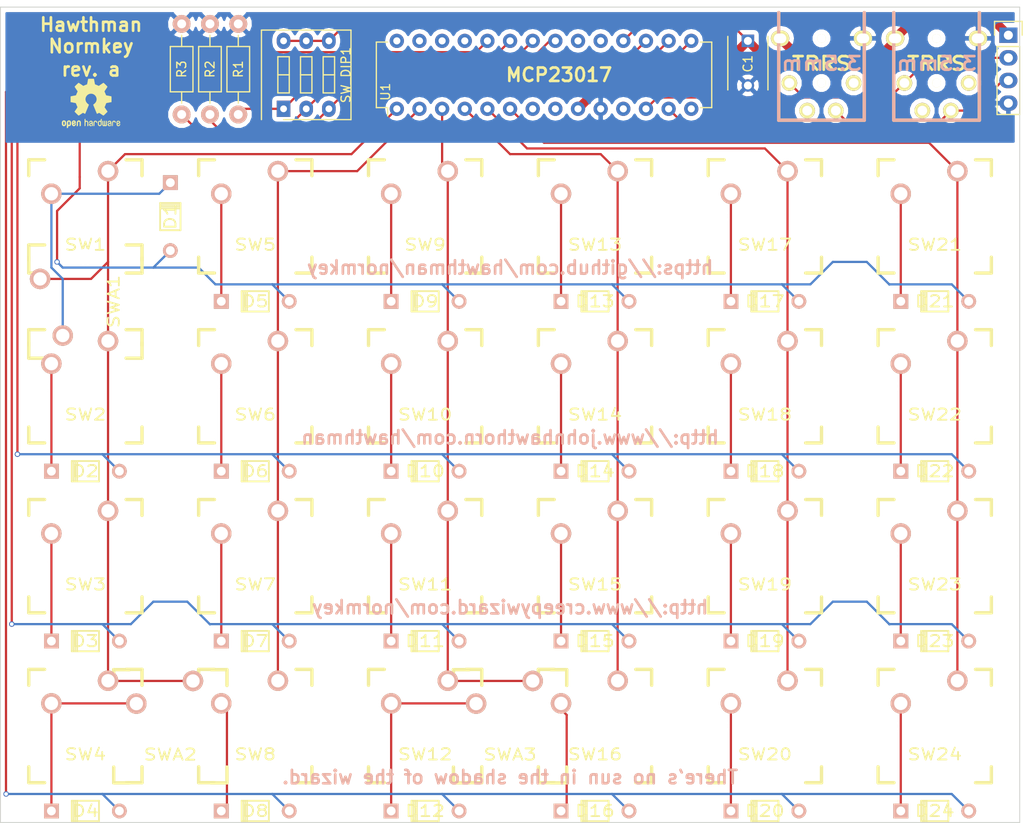
<source format=kicad_pcb>
(kicad_pcb (version 4) (host pcbnew 4.0.4-stable)
  (layers (0 F.Cu signal) (31 B.Cu signal) (34 B.Paste user) (35 F.Paste user) (36 B.SilkS user) (37 F.SilkS user) (38 B.Mask user) (39 F.Mask user) (44 Edge.Cuts user))
  (net 0 "")
  (net 1 row0)
  (net 2 "Net-(D1-Pad2)")
  (net 3 row1)
  (net 4 "Net-(D2-Pad2)")
  (net 5 row2)
  (net 6 "Net-(D3-Pad2)")
  (net 7 row3)
  (net 8 "Net-(D4-Pad2)")
  (net 9 "Net-(D5-Pad2)")
  (net 10 "Net-(D6-Pad2)")
  (net 11 "Net-(D7-Pad2)")
  (net 12 "Net-(D8-Pad2)")
  (net 13 "Net-(D9-Pad2)")
  (net 14 "Net-(D10-Pad2)")
  (net 15 "Net-(D11-Pad2)")
  (net 16 "Net-(D12-Pad2)")
  (net 17 "Net-(D13-Pad2)")
  (net 18 "Net-(D14-Pad2)")
  (net 19 "Net-(D15-Pad2)")
  (net 20 "Net-(D16-Pad2)")
  (net 21 "Net-(D17-Pad2)")
  (net 22 "Net-(D18-Pad2)")
  (net 23 "Net-(D19-Pad2)")
  (net 24 "Net-(D20-Pad2)")
  (net 25 "Net-(D21-Pad2)")
  (net 26 "Net-(D22-Pad2)")
  (net 27 "Net-(D23-Pad2)")
  (net 28 "Net-(D24-Pad2)")
  (net 29 GND)
  (net 30 scl)
  (net 31 sda)
  (net 32 +5V)
  (net 33 "Net-(R1-Pad1)")
  (net 34 "Net-(R2-Pad1)")
  (net 35 "Net-(R3-Pad1)")
  (net 36 col0)
  (net 37 col1)
  (net 38 col2)
  (net 39 col3)
  (net 40 col4)
  (net 41 col5)
  (net 42 "Net-(U1-Pad7)")
  (net 43 "Net-(U1-Pad8)")
  (net 44 "Net-(U1-Pad19)")
  (net 45 "Net-(U1-Pad20)")
  (net 46 "Net-(U1-Pad25)")
  (net 47 "Net-(U1-Pad26)")
  (net 48 "Net-(U1-Pad27)")
  (net 49 "Net-(U1-Pad28)")
  (module Keyboard:CHERRY_PCB_100H (layer F.Cu) (at 46.99 46.99)
    (fp_text reference SW1 (at 0 3.175) (layer F.SilkS) (effects (font (size 1.27 1.524) (thickness 0.2032))))
    (fp_text value SW_PUSH hide)
    (pad 1 thru_hole circle (at 2.54 -5.08) (size 2.286 2.286) (drill 1.4986) (layers *.Cu *.SilkS *.Mask) (net 36 col0))
    (pad 2 thru_hole circle (at -3.81 -2.54) (size 2.286 2.286) (drill 1.4986) (layers *.Cu *.SilkS *.Mask) (net 2 "Net-(D1-Pad2)"))
    (pad HOLE np_thru_hole circle (at 0 0) (size 3.9878 3.9878) (drill 3.9878) (layers *.Cu))
    (pad HOLE np_thru_hole circle (at -5.08 0) (size 1.7018 1.7018) (drill 1.7018) (layers *.Cu))
    (pad HOLE np_thru_hole circle (at 5.08 0) (size 1.7018 1.7018) (drill 1.7018) (layers *.Cu))
  )
  (module Keyboard:CHERRY_PCB_100H (layer F.Cu) (at 85.09 66.04)
    (fp_text reference SW10 (at 0 3.175) (layer F.SilkS) (effects (font (size 1.27 1.524) (thickness 0.2032))))
    (fp_text value SW_PUSH hide)
    (pad 1 thru_hole circle (at 2.54 -5.08) (size 2.286 2.286) (drill 1.4986) (layers *.Cu *.SilkS *.Mask) (net 38 col2))
    (pad 2 thru_hole circle (at -3.81 -2.54) (size 2.286 2.286) (drill 1.4986) (layers *.Cu *.SilkS *.Mask) (net 14 "Net-(D10-Pad2)"))
    (pad HOLE np_thru_hole circle (at 0 0) (size 3.9878 3.9878) (drill 3.9878) (layers *.Cu))
    (pad HOLE np_thru_hole circle (at -5.08 0) (size 1.7018 1.7018) (drill 1.7018) (layers *.Cu))
    (pad HOLE np_thru_hole circle (at 5.08 0) (size 1.7018 1.7018) (drill 1.7018) (layers *.Cu))
  )
  (module Keyboard:CHERRY_PCB_100H (layer F.Cu) (at 46.99 104.14)
    (fp_text reference SW4 (at 0 3.175) (layer F.SilkS) (effects (font (size 1.27 1.524) (thickness 0.2032))))
    (fp_text value SW_PUSH hide)
    (pad 1 thru_hole circle (at 2.54 -5.08) (size 2.286 2.286) (drill 1.4986) (layers *.Cu *.SilkS *.Mask) (net 36 col0))
    (pad 2 thru_hole circle (at -3.81 -2.54) (size 2.286 2.286) (drill 1.4986) (layers *.Cu *.SilkS *.Mask) (net 8 "Net-(D4-Pad2)"))
    (pad HOLE np_thru_hole circle (at 0 0) (size 3.9878 3.9878) (drill 3.9878) (layers *.Cu))
    (pad HOLE np_thru_hole circle (at -5.08 0) (size 1.7018 1.7018) (drill 1.7018) (layers *.Cu))
    (pad HOLE np_thru_hole circle (at 5.08 0) (size 1.7018 1.7018) (drill 1.7018) (layers *.Cu))
  )
  (module Keyboard:CHERRY_PCB_100H (layer F.Cu) (at 46.99 66.04)
    (fp_text reference SW2 (at 0 3.175) (layer F.SilkS) (effects (font (size 1.27 1.524) (thickness 0.2032))))
    (fp_text value SW_PUSH hide)
    (pad 1 thru_hole circle (at 2.54 -5.08) (size 2.286 2.286) (drill 1.4986) (layers *.Cu *.SilkS *.Mask) (net 36 col0))
    (pad 2 thru_hole circle (at -3.81 -2.54) (size 2.286 2.286) (drill 1.4986) (layers *.Cu *.SilkS *.Mask) (net 4 "Net-(D2-Pad2)"))
    (pad HOLE np_thru_hole circle (at 0 0) (size 3.9878 3.9878) (drill 3.9878) (layers *.Cu))
    (pad HOLE np_thru_hole circle (at -5.08 0) (size 1.7018 1.7018) (drill 1.7018) (layers *.Cu))
    (pad HOLE np_thru_hole circle (at 5.08 0) (size 1.7018 1.7018) (drill 1.7018) (layers *.Cu))
  )
  (module Keyboard:DIODE (layer F.Cu) (at 56.515 47.0154 90)
    (fp_text reference D1 (at 0 0 90) (layer F.SilkS) (effects (font (size 1.27 1.524) (thickness 0.2032))))
    (fp_text value D hide)
    (pad 1 thru_hole circle (at -3.81 0 90) (size 1.651 1.651) (drill 0.9906) (layers *.Cu *.SilkS *.Mask) (net 1 row0))
    (pad 2 thru_hole rect (at 3.81 0 90) (size 1.651 1.651) (drill 0.9906) (layers *.Cu *.SilkS *.Mask) (net 2 "Net-(D1-Pad2)"))
  )
  (module Keyboard:DIODE (layer F.Cu) (at 46.99 75.565 180)
    (fp_text reference D2 (at 0 0 180) (layer F.SilkS) (effects (font (size 1.27 1.524) (thickness 0.2032))))
    (fp_text value D hide)
    (pad 1 thru_hole circle (at -3.81 0 180) (size 1.651 1.651) (drill 0.9906) (layers *.Cu *.SilkS *.Mask) (net 3 row1))
    (pad 2 thru_hole rect (at 3.81 0 180) (size 1.651 1.651) (drill 0.9906) (layers *.Cu *.SilkS *.Mask) (net 4 "Net-(D2-Pad2)"))
  )
  (module Keyboard:DIODE (layer F.Cu) (at 46.99 94.615 180)
    (fp_text reference D3 (at 0 0 180) (layer F.SilkS) (effects (font (size 1.27 1.524) (thickness 0.2032))))
    (fp_text value D hide)
    (pad 1 thru_hole circle (at -3.81 0 180) (size 1.651 1.651) (drill 0.9906) (layers *.Cu *.SilkS *.Mask) (net 5 row2))
    (pad 2 thru_hole rect (at 3.81 0 180) (size 1.651 1.651) (drill 0.9906) (layers *.Cu *.SilkS *.Mask) (net 6 "Net-(D3-Pad2)"))
  )
  (module Keyboard:DIODE (layer F.Cu) (at 46.99 113.665 180)
    (fp_text reference D4 (at 0 0 180) (layer F.SilkS) (effects (font (size 1.27 1.524) (thickness 0.2032))))
    (fp_text value D hide)
    (pad 1 thru_hole circle (at -3.81 0 180) (size 1.651 1.651) (drill 0.9906) (layers *.Cu *.SilkS *.Mask) (net 7 row3))
    (pad 2 thru_hole rect (at 3.81 0 180) (size 1.651 1.651) (drill 0.9906) (layers *.Cu *.SilkS *.Mask) (net 8 "Net-(D4-Pad2)"))
  )
  (module Keyboard:DIODE (layer F.Cu) (at 66.04 56.515 180)
    (fp_text reference D5 (at 0 0 180) (layer F.SilkS) (effects (font (size 1.27 1.524) (thickness 0.2032))))
    (fp_text value D hide)
    (pad 1 thru_hole circle (at -3.81 0 180) (size 1.651 1.651) (drill 0.9906) (layers *.Cu *.SilkS *.Mask) (net 1 row0))
    (pad 2 thru_hole rect (at 3.81 0 180) (size 1.651 1.651) (drill 0.9906) (layers *.Cu *.SilkS *.Mask) (net 9 "Net-(D5-Pad2)"))
  )
  (module Keyboard:DIODE (layer F.Cu) (at 66.04 75.565 180)
    (fp_text reference D6 (at 0 0 180) (layer F.SilkS) (effects (font (size 1.27 1.524) (thickness 0.2032))))
    (fp_text value D hide)
    (pad 1 thru_hole circle (at -3.81 0 180) (size 1.651 1.651) (drill 0.9906) (layers *.Cu *.SilkS *.Mask) (net 3 row1))
    (pad 2 thru_hole rect (at 3.81 0 180) (size 1.651 1.651) (drill 0.9906) (layers *.Cu *.SilkS *.Mask) (net 10 "Net-(D6-Pad2)"))
  )
  (module Keyboard:DIODE (layer F.Cu) (at 66.04 94.615 180)
    (fp_text reference D7 (at 0 0 180) (layer F.SilkS) (effects (font (size 1.27 1.524) (thickness 0.2032))))
    (fp_text value D hide)
    (pad 1 thru_hole circle (at -3.81 0 180) (size 1.651 1.651) (drill 0.9906) (layers *.Cu *.SilkS *.Mask) (net 5 row2))
    (pad 2 thru_hole rect (at 3.81 0 180) (size 1.651 1.651) (drill 0.9906) (layers *.Cu *.SilkS *.Mask) (net 11 "Net-(D7-Pad2)"))
  )
  (module Keyboard:DIODE (layer F.Cu) (at 66.04 113.665 180)
    (fp_text reference D8 (at 0 0 180) (layer F.SilkS) (effects (font (size 1.27 1.524) (thickness 0.2032))))
    (fp_text value D hide)
    (pad 1 thru_hole circle (at -3.81 0 180) (size 1.651 1.651) (drill 0.9906) (layers *.Cu *.SilkS *.Mask) (net 7 row3))
    (pad 2 thru_hole rect (at 3.81 0 180) (size 1.651 1.651) (drill 0.9906) (layers *.Cu *.SilkS *.Mask) (net 12 "Net-(D8-Pad2)"))
  )
  (module Keyboard:DIODE (layer F.Cu) (at 85.09 56.515 180)
    (fp_text reference D9 (at 0 0 180) (layer F.SilkS) (effects (font (size 1.27 1.524) (thickness 0.2032))))
    (fp_text value D hide)
    (pad 1 thru_hole circle (at -3.81 0 180) (size 1.651 1.651) (drill 0.9906) (layers *.Cu *.SilkS *.Mask) (net 1 row0))
    (pad 2 thru_hole rect (at 3.81 0 180) (size 1.651 1.651) (drill 0.9906) (layers *.Cu *.SilkS *.Mask) (net 13 "Net-(D9-Pad2)"))
  )
  (module Keyboard:DIODE (layer F.Cu) (at 85.09 75.565 180)
    (fp_text reference D10 (at 0 0 180) (layer F.SilkS) (effects (font (size 1.27 1.524) (thickness 0.2032))))
    (fp_text value D hide)
    (pad 1 thru_hole circle (at -3.81 0 180) (size 1.651 1.651) (drill 0.9906) (layers *.Cu *.SilkS *.Mask) (net 3 row1))
    (pad 2 thru_hole rect (at 3.81 0 180) (size 1.651 1.651) (drill 0.9906) (layers *.Cu *.SilkS *.Mask) (net 14 "Net-(D10-Pad2)"))
  )
  (module Keyboard:DIODE (layer F.Cu) (at 85.09 94.615 180)
    (fp_text reference D11 (at 0 0 180) (layer F.SilkS) (effects (font (size 1.27 1.524) (thickness 0.2032))))
    (fp_text value D hide)
    (pad 1 thru_hole circle (at -3.81 0 180) (size 1.651 1.651) (drill 0.9906) (layers *.Cu *.SilkS *.Mask) (net 5 row2))
    (pad 2 thru_hole rect (at 3.81 0 180) (size 1.651 1.651) (drill 0.9906) (layers *.Cu *.SilkS *.Mask) (net 15 "Net-(D11-Pad2)"))
  )
  (module Keyboard:DIODE (layer F.Cu) (at 85.09 113.665 180)
    (fp_text reference D12 (at 0 0 180) (layer F.SilkS) (effects (font (size 1.27 1.524) (thickness 0.2032))))
    (fp_text value D hide)
    (pad 1 thru_hole circle (at -3.81 0 180) (size 1.651 1.651) (drill 0.9906) (layers *.Cu *.SilkS *.Mask) (net 7 row3))
    (pad 2 thru_hole rect (at 3.81 0 180) (size 1.651 1.651) (drill 0.9906) (layers *.Cu *.SilkS *.Mask) (net 16 "Net-(D12-Pad2)"))
  )
  (module Keyboard:DIODE (layer F.Cu) (at 104.14 56.515 180)
    (fp_text reference D13 (at 0 0 180) (layer F.SilkS) (effects (font (size 1.27 1.524) (thickness 0.2032))))
    (fp_text value D hide)
    (pad 1 thru_hole circle (at -3.81 0 180) (size 1.651 1.651) (drill 0.9906) (layers *.Cu *.SilkS *.Mask) (net 1 row0))
    (pad 2 thru_hole rect (at 3.81 0 180) (size 1.651 1.651) (drill 0.9906) (layers *.Cu *.SilkS *.Mask) (net 17 "Net-(D13-Pad2)"))
  )
  (module Keyboard:DIODE (layer F.Cu) (at 104.14 75.565 180)
    (fp_text reference D14 (at 0 0 180) (layer F.SilkS) (effects (font (size 1.27 1.524) (thickness 0.2032))))
    (fp_text value D hide)
    (pad 1 thru_hole circle (at -3.81 0 180) (size 1.651 1.651) (drill 0.9906) (layers *.Cu *.SilkS *.Mask) (net 3 row1))
    (pad 2 thru_hole rect (at 3.81 0 180) (size 1.651 1.651) (drill 0.9906) (layers *.Cu *.SilkS *.Mask) (net 18 "Net-(D14-Pad2)"))
  )
  (module Keyboard:DIODE (layer F.Cu) (at 104.14 94.615 180)
    (fp_text reference D15 (at 0 0 180) (layer F.SilkS) (effects (font (size 1.27 1.524) (thickness 0.2032))))
    (fp_text value D hide)
    (pad 1 thru_hole circle (at -3.81 0 180) (size 1.651 1.651) (drill 0.9906) (layers *.Cu *.SilkS *.Mask) (net 5 row2))
    (pad 2 thru_hole rect (at 3.81 0 180) (size 1.651 1.651) (drill 0.9906) (layers *.Cu *.SilkS *.Mask) (net 19 "Net-(D15-Pad2)"))
  )
  (module Keyboard:DIODE (layer F.Cu) (at 104.14 113.665 180)
    (fp_text reference D16 (at 0 0 180) (layer F.SilkS) (effects (font (size 1.27 1.524) (thickness 0.2032))))
    (fp_text value D hide)
    (pad 1 thru_hole circle (at -3.81 0 180) (size 1.651 1.651) (drill 0.9906) (layers *.Cu *.SilkS *.Mask) (net 7 row3))
    (pad 2 thru_hole rect (at 3.81 0 180) (size 1.651 1.651) (drill 0.9906) (layers *.Cu *.SilkS *.Mask) (net 20 "Net-(D16-Pad2)"))
  )
  (module Keyboard:DIODE (layer F.Cu) (at 123.19 56.515 180)
    (fp_text reference D17 (at 0 0 180) (layer F.SilkS) (effects (font (size 1.27 1.524) (thickness 0.2032))))
    (fp_text value D hide)
    (pad 1 thru_hole circle (at -3.81 0 180) (size 1.651 1.651) (drill 0.9906) (layers *.Cu *.SilkS *.Mask) (net 1 row0))
    (pad 2 thru_hole rect (at 3.81 0 180) (size 1.651 1.651) (drill 0.9906) (layers *.Cu *.SilkS *.Mask) (net 21 "Net-(D17-Pad2)"))
  )
  (module Keyboard:DIODE (layer F.Cu) (at 123.19 75.565 180)
    (fp_text reference D18 (at 0 0 180) (layer F.SilkS) (effects (font (size 1.27 1.524) (thickness 0.2032))))
    (fp_text value D hide)
    (pad 1 thru_hole circle (at -3.81 0 180) (size 1.651 1.651) (drill 0.9906) (layers *.Cu *.SilkS *.Mask) (net 3 row1))
    (pad 2 thru_hole rect (at 3.81 0 180) (size 1.651 1.651) (drill 0.9906) (layers *.Cu *.SilkS *.Mask) (net 22 "Net-(D18-Pad2)"))
  )
  (module Keyboard:DIODE (layer F.Cu) (at 123.19 94.615 180)
    (fp_text reference D19 (at 0 0 180) (layer F.SilkS) (effects (font (size 1.27 1.524) (thickness 0.2032))))
    (fp_text value D hide)
    (pad 1 thru_hole circle (at -3.81 0 180) (size 1.651 1.651) (drill 0.9906) (layers *.Cu *.SilkS *.Mask) (net 5 row2))
    (pad 2 thru_hole rect (at 3.81 0 180) (size 1.651 1.651) (drill 0.9906) (layers *.Cu *.SilkS *.Mask) (net 23 "Net-(D19-Pad2)"))
  )
  (module Keyboard:DIODE (layer F.Cu) (at 123.19 113.665 180)
    (fp_text reference D20 (at 0 0 180) (layer F.SilkS) (effects (font (size 1.27 1.524) (thickness 0.2032))))
    (fp_text value D hide)
    (pad 1 thru_hole circle (at -3.81 0 180) (size 1.651 1.651) (drill 0.9906) (layers *.Cu *.SilkS *.Mask) (net 7 row3))
    (pad 2 thru_hole rect (at 3.81 0 180) (size 1.651 1.651) (drill 0.9906) (layers *.Cu *.SilkS *.Mask) (net 24 "Net-(D20-Pad2)"))
  )
  (module Keyboard:DIODE (layer F.Cu) (at 142.24 56.515 180)
    (fp_text reference D21 (at 0 0 180) (layer F.SilkS) (effects (font (size 1.27 1.524) (thickness 0.2032))))
    (fp_text value D hide)
    (pad 1 thru_hole circle (at -3.81 0 180) (size 1.651 1.651) (drill 0.9906) (layers *.Cu *.SilkS *.Mask) (net 1 row0))
    (pad 2 thru_hole rect (at 3.81 0 180) (size 1.651 1.651) (drill 0.9906) (layers *.Cu *.SilkS *.Mask) (net 25 "Net-(D21-Pad2)"))
  )
  (module Keyboard:DIODE (layer F.Cu) (at 142.24 75.565 180)
    (fp_text reference D22 (at 0 0 180) (layer F.SilkS) (effects (font (size 1.27 1.524) (thickness 0.2032))))
    (fp_text value D hide)
    (pad 1 thru_hole circle (at -3.81 0 180) (size 1.651 1.651) (drill 0.9906) (layers *.Cu *.SilkS *.Mask) (net 3 row1))
    (pad 2 thru_hole rect (at 3.81 0 180) (size 1.651 1.651) (drill 0.9906) (layers *.Cu *.SilkS *.Mask) (net 26 "Net-(D22-Pad2)"))
  )
  (module Keyboard:DIODE (layer F.Cu) (at 142.24 94.615 180)
    (fp_text reference D23 (at 0 0 180) (layer F.SilkS) (effects (font (size 1.27 1.524) (thickness 0.2032))))
    (fp_text value D hide)
    (pad 1 thru_hole circle (at -3.81 0 180) (size 1.651 1.651) (drill 0.9906) (layers *.Cu *.SilkS *.Mask) (net 5 row2))
    (pad 2 thru_hole rect (at 3.81 0 180) (size 1.651 1.651) (drill 0.9906) (layers *.Cu *.SilkS *.Mask) (net 27 "Net-(D23-Pad2)"))
  )
  (module Keyboard:DIODE (layer F.Cu) (at 142.24 113.665 180)
    (fp_text reference D24 (at 0 0 180) (layer F.SilkS) (effects (font (size 1.27 1.524) (thickness 0.2032))))
    (fp_text value D hide)
    (pad 1 thru_hole circle (at -3.81 0 180) (size 1.651 1.651) (drill 0.9906) (layers *.Cu *.SilkS *.Mask) (net 7 row3))
    (pad 2 thru_hole rect (at 3.81 0 180) (size 1.651 1.651) (drill 0.9906) (layers *.Cu *.SilkS *.Mask) (net 28 "Net-(D24-Pad2)"))
  )
  (module Keyboard:CHERRY_PCB_100H (layer F.Cu) (at 46.99 85.09)
    (fp_text reference SW3 (at 0 3.175) (layer F.SilkS) (effects (font (size 1.27 1.524) (thickness 0.2032))))
    (fp_text value SW_PUSH hide)
    (pad 1 thru_hole circle (at 2.54 -5.08) (size 2.286 2.286) (drill 1.4986) (layers *.Cu *.SilkS *.Mask) (net 36 col0))
    (pad 2 thru_hole circle (at -3.81 -2.54) (size 2.286 2.286) (drill 1.4986) (layers *.Cu *.SilkS *.Mask) (net 6 "Net-(D3-Pad2)"))
    (pad HOLE np_thru_hole circle (at 0 0) (size 3.9878 3.9878) (drill 3.9878) (layers *.Cu))
    (pad HOLE np_thru_hole circle (at -5.08 0) (size 1.7018 1.7018) (drill 1.7018) (layers *.Cu))
    (pad HOLE np_thru_hole circle (at 5.08 0) (size 1.7018 1.7018) (drill 1.7018) (layers *.Cu))
  )
  (module Keyboard:CHERRY_PCB_100H (layer F.Cu) (at 66.04 46.99)
    (fp_text reference SW5 (at 0 3.175) (layer F.SilkS) (effects (font (size 1.27 1.524) (thickness 0.2032))))
    (fp_text value SW_PUSH hide)
    (pad 1 thru_hole circle (at 2.54 -5.08) (size 2.286 2.286) (drill 1.4986) (layers *.Cu *.SilkS *.Mask) (net 37 col1))
    (pad 2 thru_hole circle (at -3.81 -2.54) (size 2.286 2.286) (drill 1.4986) (layers *.Cu *.SilkS *.Mask) (net 9 "Net-(D5-Pad2)"))
    (pad HOLE np_thru_hole circle (at 0 0) (size 3.9878 3.9878) (drill 3.9878) (layers *.Cu))
    (pad HOLE np_thru_hole circle (at -5.08 0) (size 1.7018 1.7018) (drill 1.7018) (layers *.Cu))
    (pad HOLE np_thru_hole circle (at 5.08 0) (size 1.7018 1.7018) (drill 1.7018) (layers *.Cu))
  )
  (module Keyboard:CHERRY_PCB_100H (layer F.Cu) (at 66.04 66.04)
    (fp_text reference SW6 (at 0 3.175) (layer F.SilkS) (effects (font (size 1.27 1.524) (thickness 0.2032))))
    (fp_text value SW_PUSH hide)
    (pad 1 thru_hole circle (at 2.54 -5.08) (size 2.286 2.286) (drill 1.4986) (layers *.Cu *.SilkS *.Mask) (net 37 col1))
    (pad 2 thru_hole circle (at -3.81 -2.54) (size 2.286 2.286) (drill 1.4986) (layers *.Cu *.SilkS *.Mask) (net 10 "Net-(D6-Pad2)"))
    (pad HOLE np_thru_hole circle (at 0 0) (size 3.9878 3.9878) (drill 3.9878) (layers *.Cu))
    (pad HOLE np_thru_hole circle (at -5.08 0) (size 1.7018 1.7018) (drill 1.7018) (layers *.Cu))
    (pad HOLE np_thru_hole circle (at 5.08 0) (size 1.7018 1.7018) (drill 1.7018) (layers *.Cu))
  )
  (module Keyboard:CHERRY_PCB_100H (layer F.Cu) (at 66.04 85.09)
    (fp_text reference SW7 (at 0 3.175) (layer F.SilkS) (effects (font (size 1.27 1.524) (thickness 0.2032))))
    (fp_text value SW_PUSH hide)
    (pad 1 thru_hole circle (at 2.54 -5.08) (size 2.286 2.286) (drill 1.4986) (layers *.Cu *.SilkS *.Mask) (net 37 col1))
    (pad 2 thru_hole circle (at -3.81 -2.54) (size 2.286 2.286) (drill 1.4986) (layers *.Cu *.SilkS *.Mask) (net 11 "Net-(D7-Pad2)"))
    (pad HOLE np_thru_hole circle (at 0 0) (size 3.9878 3.9878) (drill 3.9878) (layers *.Cu))
    (pad HOLE np_thru_hole circle (at -5.08 0) (size 1.7018 1.7018) (drill 1.7018) (layers *.Cu))
    (pad HOLE np_thru_hole circle (at 5.08 0) (size 1.7018 1.7018) (drill 1.7018) (layers *.Cu))
  )
  (module Keyboard:CHERRY_PCB_100H (layer F.Cu) (at 66.04 104.14)
    (fp_text reference SW8 (at 0 3.175) (layer F.SilkS) (effects (font (size 1.27 1.524) (thickness 0.2032))))
    (fp_text value SW_PUSH hide)
    (pad 1 thru_hole circle (at 2.54 -5.08) (size 2.286 2.286) (drill 1.4986) (layers *.Cu *.SilkS *.Mask) (net 37 col1))
    (pad 2 thru_hole circle (at -3.81 -2.54) (size 2.286 2.286) (drill 1.4986) (layers *.Cu *.SilkS *.Mask) (net 12 "Net-(D8-Pad2)"))
    (pad HOLE np_thru_hole circle (at 0 0) (size 3.9878 3.9878) (drill 3.9878) (layers *.Cu))
    (pad HOLE np_thru_hole circle (at -5.08 0) (size 1.7018 1.7018) (drill 1.7018) (layers *.Cu))
    (pad HOLE np_thru_hole circle (at 5.08 0) (size 1.7018 1.7018) (drill 1.7018) (layers *.Cu))
  )
  (module Keyboard:CHERRY_PCB_100H (layer F.Cu) (at 85.09 46.99)
    (fp_text reference SW9 (at 0 3.175) (layer F.SilkS) (effects (font (size 1.27 1.524) (thickness 0.2032))))
    (fp_text value SW_PUSH hide)
    (pad 1 thru_hole circle (at 2.54 -5.08) (size 2.286 2.286) (drill 1.4986) (layers *.Cu *.SilkS *.Mask) (net 38 col2))
    (pad 2 thru_hole circle (at -3.81 -2.54) (size 2.286 2.286) (drill 1.4986) (layers *.Cu *.SilkS *.Mask) (net 13 "Net-(D9-Pad2)"))
    (pad HOLE np_thru_hole circle (at 0 0) (size 3.9878 3.9878) (drill 3.9878) (layers *.Cu))
    (pad HOLE np_thru_hole circle (at -5.08 0) (size 1.7018 1.7018) (drill 1.7018) (layers *.Cu))
    (pad HOLE np_thru_hole circle (at 5.08 0) (size 1.7018 1.7018) (drill 1.7018) (layers *.Cu))
  )
  (module Keyboard:CHERRY_PCB_100H (layer F.Cu) (at 85.09 85.09)
    (fp_text reference SW11 (at 0 3.175) (layer F.SilkS) (effects (font (size 1.27 1.524) (thickness 0.2032))))
    (fp_text value SW_PUSH hide)
    (pad 1 thru_hole circle (at 2.54 -5.08) (size 2.286 2.286) (drill 1.4986) (layers *.Cu *.SilkS *.Mask) (net 38 col2))
    (pad 2 thru_hole circle (at -3.81 -2.54) (size 2.286 2.286) (drill 1.4986) (layers *.Cu *.SilkS *.Mask) (net 15 "Net-(D11-Pad2)"))
    (pad HOLE np_thru_hole circle (at 0 0) (size 3.9878 3.9878) (drill 3.9878) (layers *.Cu))
    (pad HOLE np_thru_hole circle (at -5.08 0) (size 1.7018 1.7018) (drill 1.7018) (layers *.Cu))
    (pad HOLE np_thru_hole circle (at 5.08 0) (size 1.7018 1.7018) (drill 1.7018) (layers *.Cu))
  )
  (module Keyboard:CHERRY_PCB_100H (layer F.Cu) (at 85.09 104.14)
    (fp_text reference SW12 (at 0 3.175) (layer F.SilkS) (effects (font (size 1.27 1.524) (thickness 0.2032))))
    (fp_text value SW_PUSH hide)
    (pad 1 thru_hole circle (at 2.54 -5.08) (size 2.286 2.286) (drill 1.4986) (layers *.Cu *.SilkS *.Mask) (net 38 col2))
    (pad 2 thru_hole circle (at -3.81 -2.54) (size 2.286 2.286) (drill 1.4986) (layers *.Cu *.SilkS *.Mask) (net 16 "Net-(D12-Pad2)"))
    (pad HOLE np_thru_hole circle (at 0 0) (size 3.9878 3.9878) (drill 3.9878) (layers *.Cu))
    (pad HOLE np_thru_hole circle (at -5.08 0) (size 1.7018 1.7018) (drill 1.7018) (layers *.Cu))
    (pad HOLE np_thru_hole circle (at 5.08 0) (size 1.7018 1.7018) (drill 1.7018) (layers *.Cu))
  )
  (module Keyboard:CHERRY_PCB_100H (layer F.Cu) (at 104.14 46.99)
    (fp_text reference SW13 (at 0 3.175) (layer F.SilkS) (effects (font (size 1.27 1.524) (thickness 0.2032))))
    (fp_text value SW_PUSH hide)
    (pad 1 thru_hole circle (at 2.54 -5.08) (size 2.286 2.286) (drill 1.4986) (layers *.Cu *.SilkS *.Mask) (net 39 col3))
    (pad 2 thru_hole circle (at -3.81 -2.54) (size 2.286 2.286) (drill 1.4986) (layers *.Cu *.SilkS *.Mask) (net 17 "Net-(D13-Pad2)"))
    (pad HOLE np_thru_hole circle (at 0 0) (size 3.9878 3.9878) (drill 3.9878) (layers *.Cu))
    (pad HOLE np_thru_hole circle (at -5.08 0) (size 1.7018 1.7018) (drill 1.7018) (layers *.Cu))
    (pad HOLE np_thru_hole circle (at 5.08 0) (size 1.7018 1.7018) (drill 1.7018) (layers *.Cu))
  )
  (module Keyboard:CHERRY_PCB_100H (layer F.Cu) (at 104.14 66.04)
    (fp_text reference SW14 (at 0 3.175) (layer F.SilkS) (effects (font (size 1.27 1.524) (thickness 0.2032))))
    (fp_text value SW_PUSH hide)
    (pad 1 thru_hole circle (at 2.54 -5.08) (size 2.286 2.286) (drill 1.4986) (layers *.Cu *.SilkS *.Mask) (net 39 col3))
    (pad 2 thru_hole circle (at -3.81 -2.54) (size 2.286 2.286) (drill 1.4986) (layers *.Cu *.SilkS *.Mask) (net 18 "Net-(D14-Pad2)"))
    (pad HOLE np_thru_hole circle (at 0 0) (size 3.9878 3.9878) (drill 3.9878) (layers *.Cu))
    (pad HOLE np_thru_hole circle (at -5.08 0) (size 1.7018 1.7018) (drill 1.7018) (layers *.Cu))
    (pad HOLE np_thru_hole circle (at 5.08 0) (size 1.7018 1.7018) (drill 1.7018) (layers *.Cu))
  )
  (module Keyboard:CHERRY_PCB_100H (layer F.Cu) (at 104.14 85.09)
    (fp_text reference SW15 (at 0 3.175) (layer F.SilkS) (effects (font (size 1.27 1.524) (thickness 0.2032))))
    (fp_text value SW_PUSH hide)
    (pad 1 thru_hole circle (at 2.54 -5.08) (size 2.286 2.286) (drill 1.4986) (layers *.Cu *.SilkS *.Mask) (net 39 col3))
    (pad 2 thru_hole circle (at -3.81 -2.54) (size 2.286 2.286) (drill 1.4986) (layers *.Cu *.SilkS *.Mask) (net 19 "Net-(D15-Pad2)"))
    (pad HOLE np_thru_hole circle (at 0 0) (size 3.9878 3.9878) (drill 3.9878) (layers *.Cu))
    (pad HOLE np_thru_hole circle (at -5.08 0) (size 1.7018 1.7018) (drill 1.7018) (layers *.Cu))
    (pad HOLE np_thru_hole circle (at 5.08 0) (size 1.7018 1.7018) (drill 1.7018) (layers *.Cu))
  )
  (module Keyboard:CHERRY_PCB_100H (layer F.Cu) (at 104.14 104.14)
    (fp_text reference SW16 (at 0 3.175) (layer F.SilkS) (effects (font (size 1.27 1.524) (thickness 0.2032))))
    (fp_text value SW_PUSH hide)
    (pad 1 thru_hole circle (at 2.54 -5.08) (size 2.286 2.286) (drill 1.4986) (layers *.Cu *.SilkS *.Mask) (net 39 col3))
    (pad 2 thru_hole circle (at -3.81 -2.54) (size 2.286 2.286) (drill 1.4986) (layers *.Cu *.SilkS *.Mask) (net 20 "Net-(D16-Pad2)"))
    (pad HOLE np_thru_hole circle (at 0 0) (size 3.9878 3.9878) (drill 3.9878) (layers *.Cu))
    (pad HOLE np_thru_hole circle (at -5.08 0) (size 1.7018 1.7018) (drill 1.7018) (layers *.Cu))
    (pad HOLE np_thru_hole circle (at 5.08 0) (size 1.7018 1.7018) (drill 1.7018) (layers *.Cu))
  )
  (module Keyboard:CHERRY_PCB_100H (layer F.Cu) (at 123.19 46.99)
    (fp_text reference SW17 (at 0 3.175) (layer F.SilkS) (effects (font (size 1.27 1.524) (thickness 0.2032))))
    (fp_text value SW_PUSH hide)
    (pad 1 thru_hole circle (at 2.54 -5.08) (size 2.286 2.286) (drill 1.4986) (layers *.Cu *.SilkS *.Mask) (net 40 col4))
    (pad 2 thru_hole circle (at -3.81 -2.54) (size 2.286 2.286) (drill 1.4986) (layers *.Cu *.SilkS *.Mask) (net 21 "Net-(D17-Pad2)"))
    (pad HOLE np_thru_hole circle (at 0 0) (size 3.9878 3.9878) (drill 3.9878) (layers *.Cu))
    (pad HOLE np_thru_hole circle (at -5.08 0) (size 1.7018 1.7018) (drill 1.7018) (layers *.Cu))
    (pad HOLE np_thru_hole circle (at 5.08 0) (size 1.7018 1.7018) (drill 1.7018) (layers *.Cu))
  )
  (module Keyboard:CHERRY_PCB_100H (layer F.Cu) (at 123.19 66.04)
    (fp_text reference SW18 (at 0 3.175) (layer F.SilkS) (effects (font (size 1.27 1.524) (thickness 0.2032))))
    (fp_text value SW_PUSH hide)
    (pad 1 thru_hole circle (at 2.54 -5.08) (size 2.286 2.286) (drill 1.4986) (layers *.Cu *.SilkS *.Mask) (net 40 col4))
    (pad 2 thru_hole circle (at -3.81 -2.54) (size 2.286 2.286) (drill 1.4986) (layers *.Cu *.SilkS *.Mask) (net 22 "Net-(D18-Pad2)"))
    (pad HOLE np_thru_hole circle (at 0 0) (size 3.9878 3.9878) (drill 3.9878) (layers *.Cu))
    (pad HOLE np_thru_hole circle (at -5.08 0) (size 1.7018 1.7018) (drill 1.7018) (layers *.Cu))
    (pad HOLE np_thru_hole circle (at 5.08 0) (size 1.7018 1.7018) (drill 1.7018) (layers *.Cu))
  )
  (module Keyboard:CHERRY_PCB_100H (layer F.Cu) (at 123.19 85.09)
    (fp_text reference SW19 (at 0 3.175) (layer F.SilkS) (effects (font (size 1.27 1.524) (thickness 0.2032))))
    (fp_text value SW_PUSH hide)
    (pad 1 thru_hole circle (at 2.54 -5.08) (size 2.286 2.286) (drill 1.4986) (layers *.Cu *.SilkS *.Mask) (net 40 col4))
    (pad 2 thru_hole circle (at -3.81 -2.54) (size 2.286 2.286) (drill 1.4986) (layers *.Cu *.SilkS *.Mask) (net 23 "Net-(D19-Pad2)"))
    (pad HOLE np_thru_hole circle (at 0 0) (size 3.9878 3.9878) (drill 3.9878) (layers *.Cu))
    (pad HOLE np_thru_hole circle (at -5.08 0) (size 1.7018 1.7018) (drill 1.7018) (layers *.Cu))
    (pad HOLE np_thru_hole circle (at 5.08 0) (size 1.7018 1.7018) (drill 1.7018) (layers *.Cu))
  )
  (module Keyboard:CHERRY_PCB_100H (layer F.Cu) (at 123.19 104.14)
    (fp_text reference SW20 (at 0 3.175) (layer F.SilkS) (effects (font (size 1.27 1.524) (thickness 0.2032))))
    (fp_text value SW_PUSH hide)
    (pad 1 thru_hole circle (at 2.54 -5.08) (size 2.286 2.286) (drill 1.4986) (layers *.Cu *.SilkS *.Mask) (net 40 col4))
    (pad 2 thru_hole circle (at -3.81 -2.54) (size 2.286 2.286) (drill 1.4986) (layers *.Cu *.SilkS *.Mask) (net 24 "Net-(D20-Pad2)"))
    (pad HOLE np_thru_hole circle (at 0 0) (size 3.9878 3.9878) (drill 3.9878) (layers *.Cu))
    (pad HOLE np_thru_hole circle (at -5.08 0) (size 1.7018 1.7018) (drill 1.7018) (layers *.Cu))
    (pad HOLE np_thru_hole circle (at 5.08 0) (size 1.7018 1.7018) (drill 1.7018) (layers *.Cu))
  )
  (module Keyboard:CHERRY_PCB_100H (layer F.Cu) (at 142.24 46.99)
    (fp_text reference SW21 (at 0 3.175) (layer F.SilkS) (effects (font (size 1.27 1.524) (thickness 0.2032))))
    (fp_text value SW_PUSH hide)
    (pad 1 thru_hole circle (at 2.54 -5.08) (size 2.286 2.286) (drill 1.4986) (layers *.Cu *.SilkS *.Mask) (net 41 col5))
    (pad 2 thru_hole circle (at -3.81 -2.54) (size 2.286 2.286) (drill 1.4986) (layers *.Cu *.SilkS *.Mask) (net 25 "Net-(D21-Pad2)"))
    (pad HOLE np_thru_hole circle (at 0 0) (size 3.9878 3.9878) (drill 3.9878) (layers *.Cu))
    (pad HOLE np_thru_hole circle (at -5.08 0) (size 1.7018 1.7018) (drill 1.7018) (layers *.Cu))
    (pad HOLE np_thru_hole circle (at 5.08 0) (size 1.7018 1.7018) (drill 1.7018) (layers *.Cu))
  )
  (module Keyboard:CHERRY_PCB_100H (layer F.Cu) (at 142.24 66.04)
    (fp_text reference SW22 (at 0 3.175) (layer F.SilkS) (effects (font (size 1.27 1.524) (thickness 0.2032))))
    (fp_text value SW_PUSH hide)
    (pad 1 thru_hole circle (at 2.54 -5.08) (size 2.286 2.286) (drill 1.4986) (layers *.Cu *.SilkS *.Mask) (net 41 col5))
    (pad 2 thru_hole circle (at -3.81 -2.54) (size 2.286 2.286) (drill 1.4986) (layers *.Cu *.SilkS *.Mask) (net 26 "Net-(D22-Pad2)"))
    (pad HOLE np_thru_hole circle (at 0 0) (size 3.9878 3.9878) (drill 3.9878) (layers *.Cu))
    (pad HOLE np_thru_hole circle (at -5.08 0) (size 1.7018 1.7018) (drill 1.7018) (layers *.Cu))
    (pad HOLE np_thru_hole circle (at 5.08 0) (size 1.7018 1.7018) (drill 1.7018) (layers *.Cu))
  )
  (module Keyboard:CHERRY_PCB_100H (layer F.Cu) (at 142.24 85.09)
    (fp_text reference SW23 (at 0 3.175) (layer F.SilkS) (effects (font (size 1.27 1.524) (thickness 0.2032))))
    (fp_text value SW_PUSH hide)
    (pad 1 thru_hole circle (at 2.54 -5.08) (size 2.286 2.286) (drill 1.4986) (layers *.Cu *.SilkS *.Mask) (net 41 col5))
    (pad 2 thru_hole circle (at -3.81 -2.54) (size 2.286 2.286) (drill 1.4986) (layers *.Cu *.SilkS *.Mask) (net 27 "Net-(D23-Pad2)"))
    (pad HOLE np_thru_hole circle (at 0 0) (size 3.9878 3.9878) (drill 3.9878) (layers *.Cu))
    (pad HOLE np_thru_hole circle (at -5.08 0) (size 1.7018 1.7018) (drill 1.7018) (layers *.Cu))
    (pad HOLE np_thru_hole circle (at 5.08 0) (size 1.7018 1.7018) (drill 1.7018) (layers *.Cu))
  )
  (module Keyboard:CHERRY_PCB_100H (layer F.Cu) (at 142.24 104.14)
    (fp_text reference SW24 (at 0 3.175) (layer F.SilkS) (effects (font (size 1.27 1.524) (thickness 0.2032))))
    (fp_text value SW_PUSH hide)
    (pad 1 thru_hole circle (at 2.54 -5.08) (size 2.286 2.286) (drill 1.4986) (layers *.Cu *.SilkS *.Mask) (net 41 col5))
    (pad 2 thru_hole circle (at -3.81 -2.54) (size 2.286 2.286) (drill 1.4986) (layers *.Cu *.SilkS *.Mask) (net 28 "Net-(D24-Pad2)"))
    (pad HOLE np_thru_hole circle (at 0 0) (size 3.9878 3.9878) (drill 3.9878) (layers *.Cu))
    (pad HOLE np_thru_hole circle (at -5.08 0) (size 1.7018 1.7018) (drill 1.7018) (layers *.Cu))
    (pad HOLE np_thru_hole circle (at 5.08 0) (size 1.7018 1.7018) (drill 1.7018) (layers *.Cu))
  )
  (module Housings_DIP:DIP-28_W7.62mm (layer F.Cu) (at 81.915 34.925 90)
    (fp_text reference U1 (at 1.905 -1.27 90) (layer F.SilkS))
    (fp_text value MCP23017)
    (pad 1 thru_hole oval (at 0 0 90) (size 1.6 1.6) (drill 0.8) (layers *.Cu *.Mask) (net 36 col0))
    (pad 2 thru_hole oval (at 0 2.54 90) (size 1.6 1.6) (drill 0.8) (layers *.Cu *.Mask) (net 37 col1))
    (pad 3 thru_hole oval (at 0 5.08 90) (size 1.6 1.6) (drill 0.8) (layers *.Cu *.Mask) (net 38 col2))
    (pad 4 thru_hole oval (at 0 7.62 90) (size 1.6 1.6) (drill 0.8) (layers *.Cu *.Mask) (net 39 col3))
    (pad 5 thru_hole oval (at 0 10.16 90) (size 1.6 1.6) (drill 0.8) (layers *.Cu *.Mask) (net 40 col4))
    (pad 6 thru_hole oval (at 0 12.7 90) (size 1.6 1.6) (drill 0.8) (layers *.Cu *.Mask) (net 41 col5))
    (pad 7 thru_hole oval (at 0 15.24 90) (size 1.6 1.6) (drill 0.8) (layers *.Cu *.Mask) (net 42 "Net-(U1-Pad7)"))
    (pad 8 thru_hole oval (at 0 17.78 90) (size 1.6 1.6) (drill 0.8) (layers *.Cu *.Mask) (net 43 "Net-(U1-Pad8)"))
    (pad 9 thru_hole oval (at 0 20.32 90) (size 1.6 1.6) (drill 0.8) (layers *.Cu *.Mask) (net 32 +5V))
    (pad 10 thru_hole oval (at 0 22.86 90) (size 1.6 1.6) (drill 0.8) (layers *.Cu *.Mask) (net 29 GND))
    (pad 11 thru_hole oval (at 0 25.4 90) (size 1.6 1.6) (drill 0.8) (layers *.Cu *.Mask))
    (pad 12 thru_hole oval (at 0 27.94 90) (size 1.6 1.6) (drill 0.8) (layers *.Cu *.Mask) (net 30 scl))
    (pad 13 thru_hole oval (at 0 30.48 90) (size 1.6 1.6) (drill 0.8) (layers *.Cu *.Mask) (net 31 sda))
    (pad 14 thru_hole oval (at 0 33.02 90) (size 1.6 1.6) (drill 0.8) (layers *.Cu *.Mask))
    (pad 15 thru_hole oval (at 7.62 33.02 90) (size 1.6 1.6) (drill 0.8) (layers *.Cu *.Mask) (net 35 "Net-(R3-Pad1)"))
    (pad 16 thru_hole oval (at 7.62 30.48 90) (size 1.6 1.6) (drill 0.8) (layers *.Cu *.Mask) (net 34 "Net-(R2-Pad1)"))
    (pad 17 thru_hole oval (at 7.62 27.94 90) (size 1.6 1.6) (drill 0.8) (layers *.Cu *.Mask) (net 33 "Net-(R1-Pad1)"))
    (pad 18 thru_hole oval (at 7.62 25.4 90) (size 1.6 1.6) (drill 0.8) (layers *.Cu *.Mask) (net 32 +5V))
    (pad 19 thru_hole oval (at 7.62 22.86 90) (size 1.6 1.6) (drill 0.8) (layers *.Cu *.Mask) (net 44 "Net-(U1-Pad19)"))
    (pad 20 thru_hole oval (at 7.62 20.32 90) (size 1.6 1.6) (drill 0.8) (layers *.Cu *.Mask) (net 45 "Net-(U1-Pad20)"))
    (pad 21 thru_hole oval (at 7.62 17.78 90) (size 1.6 1.6) (drill 0.8) (layers *.Cu *.Mask) (net 1 row0))
    (pad 22 thru_hole oval (at 7.62 15.24 90) (size 1.6 1.6) (drill 0.8) (layers *.Cu *.Mask) (net 3 row1))
    (pad 23 thru_hole oval (at 7.62 12.7 90) (size 1.6 1.6) (drill 0.8) (layers *.Cu *.Mask) (net 5 row2))
    (pad 24 thru_hole oval (at 7.62 10.16 90) (size 1.6 1.6) (drill 0.8) (layers *.Cu *.Mask) (net 7 row3))
    (pad 25 thru_hole oval (at 7.62 7.62 90) (size 1.6 1.6) (drill 0.8) (layers *.Cu *.Mask) (net 46 "Net-(U1-Pad25)"))
    (pad 26 thru_hole oval (at 7.62 5.08 90) (size 1.6 1.6) (drill 0.8) (layers *.Cu *.Mask) (net 47 "Net-(U1-Pad26)"))
    (pad 27 thru_hole oval (at 7.62 2.54 90) (size 1.6 1.6) (drill 0.8) (layers *.Cu *.Mask) (net 48 "Net-(U1-Pad27)"))
    (pad 28 thru_hole oval (at 7.62 0 90) (size 1.6 1.6) (drill 0.8) (layers *.Cu *.Mask) (net 49 "Net-(U1-Pad28)"))
  )
  (module Buttons_Switches_ThroughHole:SW_DIP_x3_Slide (layer F.Cu) (at 69.215 34.925)
    (fp_text reference SW_DIP1 (at 6.985 -3.7846 90) (layer F.SilkS))
    (fp_text value DIP3)
    (pad 1 thru_hole rect (at 0 0) (size 1.524 1.824) (drill 0.762) (layers *.Cu *.Mask) (net 33 "Net-(R1-Pad1)"))
    (pad 6 thru_hole oval (at 0 -7.62) (size 1.524 1.824) (drill 0.762) (layers *.Cu *.Mask) (net 32 +5V))
    (pad 2 thru_hole oval (at 2.54 0) (size 1.524 1.824) (drill 0.762) (layers *.Cu *.Mask) (net 34 "Net-(R2-Pad1)"))
    (pad 5 thru_hole oval (at 2.54 -7.62) (size 1.524 1.824) (drill 0.762) (layers *.Cu *.Mask) (net 32 +5V))
    (pad 3 thru_hole oval (at 5.08 0) (size 1.524 1.824) (drill 0.762) (layers *.Cu *.Mask) (net 35 "Net-(R3-Pad1)"))
    (pad 4 thru_hole oval (at 5.08 -7.62) (size 1.524 1.824) (drill 0.762) (layers *.Cu *.Mask) (net 32 +5V))
  )
  (module Resistors_ThroughHole:Resistor_Horizontal_RM10mm (layer F.Cu) (at 64.135 35.56 90)
    (fp_text reference R1 (at 5.08 0 90) (layer F.SilkS))
    (fp_text value 10k)
    (pad 1 thru_hole circle (at 0 0 90) (size 1.99898 1.99898) (drill 1.00076) (layers *.Cu *.SilkS *.Mask) (net 33 "Net-(R1-Pad1)"))
    (pad 2 thru_hole circle (at 10.16 0 90) (size 1.99898 1.99898) (drill 1.00076) (layers *.Cu *.SilkS *.Mask) (net 29 GND))
  )
  (module Resistors_ThroughHole:Resistor_Horizontal_RM10mm (layer F.Cu) (at 60.96 35.56 90)
    (fp_text reference R2 (at 5.08 0 90) (layer F.SilkS))
    (fp_text value 10k)
    (pad 1 thru_hole circle (at 0 0 90) (size 1.99898 1.99898) (drill 1.00076) (layers *.Cu *.SilkS *.Mask) (net 34 "Net-(R2-Pad1)"))
    (pad 2 thru_hole circle (at 10.16 0 90) (size 1.99898 1.99898) (drill 1.00076) (layers *.Cu *.SilkS *.Mask) (net 29 GND))
  )
  (module Resistors_ThroughHole:Resistor_Horizontal_RM10mm (layer F.Cu) (at 57.785 35.56 90)
    (fp_text reference R3 (at 5.08 0 90) (layer F.SilkS))
    (fp_text value 10k)
    (pad 1 thru_hole circle (at 0 0 90) (size 1.99898 1.99898) (drill 1.00076) (layers *.Cu *.SilkS *.Mask) (net 35 "Net-(R3-Pad1)"))
    (pad 2 thru_hole circle (at 10.16 0 90) (size 1.99898 1.99898) (drill 1.00076) (layers *.Cu *.SilkS *.Mask) (net 29 GND))
  )
  (module ergodox:4pin35mmAudio (layer F.Cu) (at 129.54 24.13 270)
    (fp_text reference J1 hide)
    (fp_text value TRRS (at 5.715 0 360) (layer F.SilkS) (effects (font (size 1.524 1.778) (thickness 0.3048))))
    (fp_text user 3.5mm (at 5.715 0 360) (layer B.SilkS) (effects (font (size 1.524 1.778) (thickness 0.3048)) (justify mirror)))
    (pad 1 thru_hole oval (at 2.8956 -4.6482 270) (size 1.7526 2.0574) (drill oval 1.0922 1.397) (layers *.Cu *.Mask F.SilkS) (net 29 GND))
    (pad 2 thru_hole circle (at 7.8994 3.6068 270) (size 1.7526 1.7526) (drill 1.0922) (layers *.Cu *.Mask F.SilkS) (net 30 scl))
    (pad 3 thru_hole circle (at 10.9982 -1.6002 270) (size 1.7526 1.7526) (drill 1.0922) (layers *.Cu *.Mask F.SilkS) (net 31 sda))
    (pad 4 thru_hole oval (at 2.8956 4.6482 270) (size 1.7526 2.0574) (drill oval 1.0922 1.397) (layers *.Cu *.Mask F.SilkS) (net 32 +5V))
    (pad 5 thru_hole circle (at 10.9982 1.6002 270) (size 1.7526 1.7526) (drill 1.0922) (layers *.Cu *.Mask F.SilkS))
    (pad 6 thru_hole circle (at 7.8994 -3.6068 270) (size 1.7526 1.7526) (drill 1.0922) (layers *.Cu *.Mask F.SilkS))
    (pad HOLE np_thru_hole circle (at 2.8956 0 270) (size 0.9906 0.9906) (drill 0.9906) (layers *.Cu *.Mask F.SilkS))
    (pad HOLE np_thru_hole circle (at 7.8994 0 270) (size 0.9906 0.9906) (drill 0.9906) (layers *.Cu *.Mask F.SilkS))
  )
  (module ergodox:4pin35mmAudio (layer F.Cu) (at 142.4432 24.13 270)
    (fp_text reference J2 hide)
    (fp_text value TRRS (at 5.715 0 360) (layer F.SilkS) (effects (font (size 1.524 1.778) (thickness 0.3048))))
    (fp_text user 3.5mm (at 5.715 0 360) (layer B.SilkS) (effects (font (size 1.524 1.778) (thickness 0.3048)) (justify mirror)))
    (pad 1 thru_hole oval (at 2.8956 -4.6482 270) (size 1.7526 2.0574) (drill oval 1.0922 1.397) (layers *.Cu *.Mask F.SilkS) (net 29 GND))
    (pad 2 thru_hole circle (at 7.8994 3.6068 270) (size 1.7526 1.7526) (drill 1.0922) (layers *.Cu *.Mask F.SilkS) (net 30 scl))
    (pad 3 thru_hole circle (at 10.9982 -1.6002 270) (size 1.7526 1.7526) (drill 1.0922) (layers *.Cu *.Mask F.SilkS) (net 31 sda))
    (pad 4 thru_hole oval (at 2.8956 4.6482 270) (size 1.7526 2.0574) (drill oval 1.0922 1.397) (layers *.Cu *.Mask F.SilkS) (net 32 +5V))
    (pad 5 thru_hole circle (at 10.9982 1.6002 270) (size 1.7526 1.7526) (drill 1.0922) (layers *.Cu *.Mask F.SilkS))
    (pad 6 thru_hole circle (at 7.8994 -3.6068 270) (size 1.7526 1.7526) (drill 1.0922) (layers *.Cu *.Mask F.SilkS))
    (pad HOLE np_thru_hole circle (at 2.8956 0 270) (size 0.9906 0.9906) (drill 0.9906) (layers *.Cu *.Mask F.SilkS))
    (pad HOLE np_thru_hole circle (at 7.8994 0 270) (size 0.9906 0.9906) (drill 0.9906) (layers *.Cu *.Mask F.SilkS))
  )
  (module Capacitors_ThroughHole:C_Disc_D6_P5 (layer F.Cu) (at 121.285 27.305 270)
    (fp_text reference C1 (at 2.5654 0 270) (layer F.SilkS))
    (fp_text value 0.1uF)
    (pad 1 thru_hole rect (at 0 0 270) (size 1.4 1.4) (drill 0.9) (layers *.Cu *.Mask) (net 32 +5V))
    (pad 2 thru_hole circle (at 5 0 270) (size 1.4 1.4) (drill 0.9) (layers *.Cu *.Mask) (net 29 GND))
  )
  (module Symbols:OSHW-Logo2_7.3x6mm_SilkScreen (layer F.Cu) (at 47.625 34.3154)
    (fp_text reference REF*** hide)
    (fp_text value OSHW-Logo2_7.3x6mm_SilkScreen hide)
  )
  (module Keyboard:CHERRY_PLATE_200H (layer F.Cu) (at 46.99 56.5404 90)
    (fp_text reference SWA1 (at 0 3.175 90) (layer F.SilkS) (effects (font (size 1.27 1.524) (thickness 0.2032))))
    (fp_text value SW_PUSH hide)
    (pad 1 thru_hole circle (at 2.54 -5.08 90) (size 2.286 2.286) (drill 1.4986) (layers *.Cu *.SilkS *.Mask) (net 36 col0))
    (pad 2 thru_hole circle (at -3.81 -2.54 90) (size 2.286 2.286) (drill 1.4986) (layers *.Cu *.SilkS *.Mask) (net 2 "Net-(D1-Pad2)"))
    (pad HOLE np_thru_hole circle (at 0 0 90) (size 3.9878 3.9878) (drill 3.9878) (layers *.Cu))
    (pad HOLE np_thru_hole circle (at -5.08 0 90) (size 1.7018 1.7018) (drill 1.7018) (layers *.Cu))
    (pad HOLE np_thru_hole circle (at 5.08 0 90) (size 1.7018 1.7018) (drill 1.7018) (layers *.Cu))
  )
  (module Keyboard:CHERRY_PLATE_200H (layer F.Cu) (at 56.515 104.1654)
    (fp_text reference SWA2 (at 0 3.175) (layer F.SilkS) (effects (font (size 1.27 1.524) (thickness 0.2032))))
    (fp_text value SW_PUSH hide)
    (pad 1 thru_hole circle (at 2.54 -5.08) (size 2.286 2.286) (drill 1.4986) (layers *.Cu *.SilkS *.Mask) (net 36 col0))
    (pad 2 thru_hole circle (at -3.81 -2.54) (size 2.286 2.286) (drill 1.4986) (layers *.Cu *.SilkS *.Mask) (net 8 "Net-(D4-Pad2)"))
    (pad HOLE np_thru_hole circle (at 0 0) (size 3.9878 3.9878) (drill 3.9878) (layers *.Cu))
    (pad HOLE np_thru_hole circle (at -5.08 0) (size 1.7018 1.7018) (drill 1.7018) (layers *.Cu))
    (pad HOLE np_thru_hole circle (at 5.08 0) (size 1.7018 1.7018) (drill 1.7018) (layers *.Cu))
  )
  (module Keyboard:CHERRY_PLATE_200H (layer F.Cu) (at 94.615 104.1654)
    (fp_text reference SWA3 (at 0 3.175) (layer F.SilkS) (effects (font (size 1.27 1.524) (thickness 0.2032))))
    (fp_text value SW_PUSH hide)
    (pad 1 thru_hole circle (at 2.54 -5.08) (size 2.286 2.286) (drill 1.4986) (layers *.Cu *.SilkS *.Mask) (net 38 col2))
    (pad 2 thru_hole circle (at -3.81 -2.54) (size 2.286 2.286) (drill 1.4986) (layers *.Cu *.SilkS *.Mask) (net 16 "Net-(D12-Pad2)"))
    (pad HOLE np_thru_hole circle (at 0 0) (size 3.9878 3.9878) (drill 3.9878) (layers *.Cu))
    (pad HOLE np_thru_hole circle (at -5.08 0) (size 1.7018 1.7018) (drill 1.7018) (layers *.Cu))
    (pad HOLE np_thru_hole circle (at 5.08 0) (size 1.7018 1.7018) (drill 1.7018) (layers *.Cu))
  )
  (module Mounting_Holes:MountingHole_3.2mm_M3 (layer F.Cu) (at 56.515 56.5404)
    (fp_text reference REF** hide)
    (fp_text value MountingHole_3.2mm_M3)
    (pad 1 np_thru_hole circle (at 0 0) (size 3.2 3.2) (drill 3.2) (layers *.Cu *.Mask))
  )
  (module Mounting_Holes:MountingHole_3.2mm_M3 (layer F.Cu) (at 132.715 56.5404)
    (fp_text reference REF** hide)
    (fp_text value MountingHole_3.2mm_M3)
    (pad 1 np_thru_hole circle (at 0 0) (size 3.2 3.2) (drill 3.2) (layers *.Cu *.Mask))
  )
  (module Mounting_Holes:MountingHole_3.2mm_M3 (layer F.Cu) (at 132.715 94.6404)
    (fp_text reference REF** hide)
    (fp_text value MountingHole_3.2mm_M3)
    (pad 1 np_thru_hole circle (at 0 0) (size 3.2 3.2) (drill 3.2) (layers *.Cu *.Mask))
  )
  (module Mounting_Holes:MountingHole_3.2mm_M3 (layer F.Cu) (at 56.515 94.6404)
    (fp_text reference REF** hide)
    (fp_text value MountingHole_3.2mm_M3)
    (pad 1 np_thru_hole circle (at 0 0) (size 3.2 3.2) (drill 3.2) (layers *.Cu *.Mask))
  )
  (module Pin_Headers:Pin_Header_Straight_1x04 (layer F.Cu) (at 150.495 26.67)
    (fp_text reference J3 hide)
    (fp_text value Test)
    (pad 1 thru_hole rect (at 0 0) (size 2.032 1.7272) (drill 1.016) (layers *.Cu *.Mask) (net 32 +5V))
    (pad 2 thru_hole oval (at 0 2.54) (size 2.032 1.7272) (drill 1.016) (layers *.Cu *.Mask) (net 30 scl))
    (pad 3 thru_hole oval (at 0 5.08) (size 2.032 1.7272) (drill 1.016) (layers *.Cu *.Mask) (net 31 sda))
    (pad 4 thru_hole oval (at 0 7.62) (size 2.032 1.7272) (drill 1.016) (layers *.Cu *.Mask) (net 29 GND))
  )
  (gr_text "https://github.com/hawthman/normkey\n" (at 94.615 52.7304) (layer B.SilkS) (effects (font (size 1.5 1.5) (thickness 0.3)) (justify mirror)))
  (gr_text http://www.johnhawthorn.com/hawthman (at 94.615 71.7804) (layer B.SilkS) (effects (font (size 1.5 1.5) (thickness 0.3)) (justify mirror)))
  (gr_text http://www.creepywizard.com/normkey (at 94.615 90.8304) (layer B.SilkS) (effects (font (size 1.5 1.5) (thickness 0.3)) (justify mirror)))
  (gr_text "There's no sun in the shadow of the wizard." (at 94.615 109.8804) (layer B.SilkS) (effects (font (size 1.5 1.5) (thickness 0.3)) (justify mirror)))
  (gr_line (start 151.765 114.9604) (end 37.465 114.9604) (angle 90) (layer Edge.Cuts) (width 0.1))
  (gr_line (start 151.765 23.5204) (end 151.765 114.9604) (angle 90) (layer Edge.Cuts) (width 0.1))
  (gr_line (start 37.465 114.9604) (end 37.465 23.5204) (angle 90) (layer Edge.Cuts) (width 0.1))
  (gr_line (start 37.465 23.5204) (end 151.765 23.5204) (angle 90) (layer Edge.Cuts) (width 0.1))
  (gr_text "rev. a" (at 47.625 30.5054) (layer F.SilkS) (effects (font (size 1.5 1.5) (thickness 0.3))))
  (gr_text MCP23017 (at 93.98 31.115) (layer F.SilkS) (effects (font (size 1.5 1.5) (thickness 0.3)) (justify left)))
  (gr_text "Hawthman\nNormkey" (at 47.625 26.6954) (layer F.SilkS) (effects (font (size 1.5 1.5) (thickness 0.3))))
  (segment (start 128.27 54.61) (end 128.2954 54.61) (width 0.25) (layer B.Cu) (net 1))
  (segment (start 137.16 54.6354) (end 137.16 54.61) (width 0.25) (layer B.Cu) (net 1))
  (segment (start 137.1346 54.61) (end 137.16 54.6354) (width 0.25) (layer B.Cu) (net 1))
  (segment (start 134.62 52.0954) (end 137.1346 54.61) (width 0.25) (layer B.Cu) (net 1))
  (segment (start 130.81 52.0954) (end 134.62 52.0954) (width 0.25) (layer B.Cu) (net 1))
  (segment (start 128.2954 54.61) (end 130.81 52.0954) (width 0.25) (layer B.Cu) (net 1))
  (segment (start 56.515 50.8254) (end 54.61 52.7304) (width 0.25) (layer B.Cu) (net 1))
  (segment (start 44.45 52.7304) (end 54.61 52.7304) (width 0.25) (layer B.Cu) (net 1))
  (segment (start 54.61 52.7304) (end 59.69 52.7304) (width 0.25) (layer B.Cu) (net 1))
  (segment (start 59.69 52.7304) (end 61.5696 54.61) (width 0.25) (layer B.Cu) (net 1))
  (segment (start 46.355 42.5704) (end 46.355 32.4104) (width 0.25) (layer F.Cu) (net 1))
  (segment (start 43.815 52.0954) (end 43.815 46.3804) (width 0.25) (layer F.Cu) (net 1))
  (segment (start 43.815 46.3804) (end 46.355 43.8404) (width 0.25) (layer F.Cu) (net 1))
  (segment (start 46.355 42.5704) (end 46.355 43.8404) (width 0.25) (layer F.Cu) (net 1))
  (via (at 43.815 52.0954) (size 0.6) (drill 0.4) (layers F.Cu B.Cu) (net 1))
  (segment (start 46.355 32.4104) (end 48.2854 30.48) (width 0.25) (layer F.Cu) (net 1))
  (segment (start 44.45 52.7304) (end 43.815 52.0954) (width 0.25) (layer B.Cu) (net 1))
  (segment (start 125.095 54.61) (end 128.27 54.61) (width 0.25) (layer B.Cu) (net 1))
  (segment (start 137.16 54.61) (end 144.145 54.61) (width 0.25) (layer B.Cu) (net 1))
  (segment (start 144.145 54.61) (end 146.05 56.515) (width 0.25) (layer B.Cu) (net 1))
  (segment (start 106.045 54.61) (end 125.095 54.61) (width 0.25) (layer B.Cu) (net 1))
  (segment (start 125.095 54.61) (end 127 56.515) (width 0.25) (layer B.Cu) (net 1))
  (segment (start 86.995 54.61) (end 106.045 54.61) (width 0.25) (layer B.Cu) (net 1))
  (segment (start 106.045 54.61) (end 107.95 56.515) (width 0.25) (layer B.Cu) (net 1))
  (segment (start 67.945 54.61) (end 86.995 54.61) (width 0.25) (layer B.Cu) (net 1))
  (segment (start 86.995 54.61) (end 88.9 56.515) (width 0.25) (layer B.Cu) (net 1))
  (segment (start 61.5696 54.61) (end 67.945 54.61) (width 0.25) (layer B.Cu) (net 1))
  (segment (start 67.945 54.61) (end 69.85 56.515) (width 0.25) (layer B.Cu) (net 1))
  (segment (start 99.695 27.305) (end 99.06 27.305) (width 0.25) (layer F.Cu) (net 1))
  (segment (start 99.06 27.305) (end 95.885 30.48) (width 0.25) (layer F.Cu) (net 1))
  (segment (start 95.885 30.48) (end 48.2854 30.48) (width 0.25) (layer F.Cu) (net 1))
  (segment (start 43.18 44.45) (end 55.2704 44.45) (width 0.25) (layer B.Cu) (net 2))
  (segment (start 55.2704 44.45) (end 56.515 43.2054) (width 0.25) (layer B.Cu) (net 2))
  (segment (start 43.18 44.45) (end 43.18 52.7304) (width 0.25) (layer B.Cu) (net 2))
  (segment (start 44.45 54.0004) (end 44.45 60.3504) (width 0.25) (layer B.Cu) (net 2))
  (segment (start 43.18 52.7304) (end 44.45 54.0004) (width 0.25) (layer B.Cu) (net 2))
  (segment (start 43.2054 44.4754) (end 43.18 44.45) (width 0.25) (layer B.Cu) (net 2))
  (via (at 39.37 73.66) (size 0.6) (drill 0.4) (layers F.Cu B.Cu) (net 3))
  (segment (start 39.37 34.29) (end 39.37 34.3154) (width 0.25) (layer F.Cu) (net 3))
  (segment (start 39.37 34.3154) (end 39.37 73.66) (width 0.25) (layer F.Cu) (net 3))
  (segment (start 125.095 73.66) (end 144.145 73.66) (width 0.25) (layer B.Cu) (net 3))
  (segment (start 144.145 73.66) (end 146.05 75.565) (width 0.25) (layer B.Cu) (net 3))
  (segment (start 106.045 73.66) (end 125.095 73.66) (width 0.25) (layer B.Cu) (net 3))
  (segment (start 125.095 73.66) (end 127 75.565) (width 0.25) (layer B.Cu) (net 3))
  (segment (start 86.995 73.66) (end 106.045 73.66) (width 0.25) (layer B.Cu) (net 3))
  (segment (start 106.045 73.66) (end 107.95 75.565) (width 0.25) (layer B.Cu) (net 3))
  (segment (start 67.945 73.66) (end 86.995 73.66) (width 0.25) (layer B.Cu) (net 3))
  (segment (start 86.995 73.66) (end 88.9 75.565) (width 0.25) (layer B.Cu) (net 3))
  (segment (start 48.895 73.66) (end 67.945 73.66) (width 0.25) (layer B.Cu) (net 3))
  (segment (start 67.945 73.66) (end 69.85 75.565) (width 0.25) (layer B.Cu) (net 3))
  (segment (start 97.155 27.305) (end 94.615 29.845) (width 0.25) (layer F.Cu) (net 3))
  (segment (start 48.895 73.66) (end 50.8 75.565) (width 0.25) (layer B.Cu) (net 3))
  (segment (start 39.37 73.66) (end 48.895 73.66) (width 0.25) (layer B.Cu) (net 3))
  (segment (start 43.815 29.845) (end 39.37 34.29) (width 0.25) (layer F.Cu) (net 3))
  (segment (start 94.615 29.845) (end 43.815 29.845) (width 0.25) (layer F.Cu) (net 3))
  (segment (start 43.18 75.565) (end 43.18 63.5) (width 0.25) (layer F.Cu) (net 4))
  (segment (start 60.96 92.7354) (end 60.96 92.71) (width 0.25) (layer B.Cu) (net 5))
  (segment (start 60.9346 92.71) (end 60.96 92.7354) (width 0.25) (layer B.Cu) (net 5))
  (segment (start 58.42 90.1954) (end 60.9346 92.71) (width 0.25) (layer B.Cu) (net 5))
  (segment (start 54.61 90.1954) (end 58.42 90.1954) (width 0.25) (layer B.Cu) (net 5))
  (segment (start 52.0954 92.71) (end 54.61 90.1954) (width 0.25) (layer B.Cu) (net 5))
  (segment (start 52.07 92.71) (end 52.0954 92.71) (width 0.25) (layer B.Cu) (net 5))
  (segment (start 60.96 92.71) (end 67.945 92.71) (width 0.25) (layer B.Cu) (net 5))
  (segment (start 137.16 92.7354) (end 137.16 92.71) (width 0.25) (layer B.Cu) (net 5))
  (segment (start 137.1346 92.71) (end 137.16 92.7354) (width 0.25) (layer B.Cu) (net 5))
  (segment (start 134.62 90.1954) (end 137.1346 92.71) (width 0.25) (layer B.Cu) (net 5))
  (segment (start 130.81 90.1954) (end 134.62 90.1954) (width 0.25) (layer B.Cu) (net 5))
  (segment (start 128.2954 92.71) (end 130.81 90.1954) (width 0.25) (layer B.Cu) (net 5))
  (segment (start 128.27 92.71) (end 128.2954 92.71) (width 0.25) (layer B.Cu) (net 5))
  (segment (start 137.16 92.71) (end 144.145 92.71) (width 0.25) (layer B.Cu) (net 5))
  (via (at 38.735 92.71) (size 0.6) (drill 0.4) (layers F.Cu B.Cu) (net 5))
  (segment (start 38.735 33.655) (end 38.735 33.6804) (width 0.25) (layer F.Cu) (net 5))
  (segment (start 38.735 33.6804) (end 38.735 92.71) (width 0.25) (layer F.Cu) (net 5))
  (segment (start 125.095 92.71) (end 128.27 92.71) (width 0.25) (layer B.Cu) (net 5))
  (segment (start 144.145 92.71) (end 146.05 94.615) (width 0.25) (layer B.Cu) (net 5))
  (segment (start 106.045 92.71) (end 125.095 92.71) (width 0.25) (layer B.Cu) (net 5))
  (segment (start 125.095 92.71) (end 127 94.615) (width 0.25) (layer B.Cu) (net 5))
  (segment (start 86.995 92.71) (end 106.045 92.71) (width 0.25) (layer B.Cu) (net 5))
  (segment (start 106.045 92.71) (end 107.95 94.615) (width 0.25) (layer B.Cu) (net 5))
  (segment (start 67.945 92.71) (end 86.995 92.71) (width 0.25) (layer B.Cu) (net 5))
  (segment (start 86.995 92.71) (end 88.9 94.615) (width 0.25) (layer B.Cu) (net 5))
  (segment (start 48.895 92.71) (end 52.07 92.71) (width 0.25) (layer B.Cu) (net 5))
  (segment (start 67.945 92.71) (end 69.85 94.615) (width 0.25) (layer B.Cu) (net 5))
  (segment (start 94.615 27.305) (end 92.71 29.21) (width 0.25) (layer F.Cu) (net 5))
  (segment (start 48.895 92.71) (end 50.8 94.615) (width 0.25) (layer B.Cu) (net 5))
  (segment (start 38.735 92.71) (end 48.895 92.71) (width 0.25) (layer B.Cu) (net 5))
  (segment (start 43.18 29.21) (end 38.735 33.655) (width 0.25) (layer F.Cu) (net 5))
  (segment (start 92.71 29.21) (end 43.18 29.21) (width 0.25) (layer F.Cu) (net 5))
  (segment (start 43.18 94.615) (end 43.18 82.55) (width 0.25) (layer F.Cu) (net 6))
  (via (at 38.1 111.76) (size 0.6) (drill 0.4) (layers F.Cu B.Cu) (net 7))
  (segment (start 38.0873 33.0327) (end 38.0873 111.7473) (width 0.25) (layer F.Cu) (net 7))
  (segment (start 38.0873 111.7473) (end 38.1 111.76) (width 0.25) (layer F.Cu) (net 7))
  (segment (start 90.805 28.575) (end 42.545 28.575) (width 0.25) (layer F.Cu) (net 7))
  (segment (start 42.545 28.575) (end 38.0873 33.0327) (width 0.25) (layer F.Cu) (net 7))
  (segment (start 92.075 27.305) (end 90.805 28.575) (width 0.25) (layer F.Cu) (net 7))
  (segment (start 107.95 113.665) (end 106.045 111.76) (width 0.25) (layer B.Cu) (net 7))
  (segment (start 125.095 111.76) (end 144.145 111.76) (width 0.25) (layer B.Cu) (net 7))
  (segment (start 144.145 111.76) (end 146.05 113.665) (width 0.25) (layer B.Cu) (net 7))
  (segment (start 86.995 111.76) (end 106.045 111.76) (width 0.25) (layer B.Cu) (net 7))
  (segment (start 106.045 111.76) (end 125.095 111.76) (width 0.25) (layer B.Cu) (net 7))
  (segment (start 125.095 111.76) (end 127 113.665) (width 0.25) (layer B.Cu) (net 7))
  (segment (start 67.945 111.76) (end 86.995 111.76) (width 0.25) (layer B.Cu) (net 7))
  (segment (start 86.995 111.76) (end 88.9 113.665) (width 0.25) (layer B.Cu) (net 7))
  (segment (start 48.895 111.76) (end 67.945 111.76) (width 0.25) (layer B.Cu) (net 7))
  (segment (start 67.945 111.76) (end 69.85 113.665) (width 0.25) (layer B.Cu) (net 7))
  (segment (start 50.8 113.665) (end 48.895 111.76) (width 0.25) (layer B.Cu) (net 7))
  (segment (start 48.895 111.76) (end 38.1 111.76) (width 0.25) (layer B.Cu) (net 7))
  (segment (start 43.18 101.6) (end 52.6796 101.6) (width 0.25) (layer F.Cu) (net 8))
  (segment (start 43.18 113.665) (end 43.18 101.6) (width 0.25) (layer F.Cu) (net 8))
  (segment (start 52.6796 101.6) (end 52.705 101.6254) (width 0.25) (layer F.Cu) (net 8))
  (segment (start 62.23 44.45) (end 62.23 56.515) (width 0.25) (layer F.Cu) (net 9))
  (segment (start 62.23 63.5) (end 62.23 75.565) (width 0.25) (layer F.Cu) (net 10))
  (segment (start 62.23 94.615) (end 62.23 82.55) (width 0.25) (layer F.Cu) (net 11))
  (segment (start 62.23 101.6) (end 62.23 101.6254) (width 0.25) (layer F.Cu) (net 12))
  (segment (start 62.23 101.6254) (end 62.865 102.2604) (width 0.25) (layer F.Cu) (net 12))
  (segment (start 62.865 102.2604) (end 62.865 113.03) (width 0.25) (layer F.Cu) (net 12))
  (segment (start 62.865 113.03) (end 62.23 113.665) (width 0.25) (layer F.Cu) (net 12))
  (segment (start 81.28 56.515) (end 81.28 44.45) (width 0.25) (layer F.Cu) (net 13))
  (segment (start 81.28 75.565) (end 81.28 63.5) (width 0.25) (layer F.Cu) (net 14))
  (segment (start 81.28 94.615) (end 81.28 82.55) (width 0.25) (layer F.Cu) (net 15))
  (segment (start 81.28 101.6) (end 90.7796 101.6) (width 0.25) (layer F.Cu) (net 16))
  (segment (start 90.7796 101.6) (end 90.805 101.6254) (width 0.25) (layer F.Cu) (net 16))
  (segment (start 81.28 113.665) (end 81.28 101.6) (width 0.25) (layer F.Cu) (net 16))
  (segment (start 100.33 44.45) (end 100.33 56.515) (width 0.25) (layer F.Cu) (net 17))
  (segment (start 100.33 75.565) (end 100.33 63.5) (width 0.25) (layer F.Cu) (net 18))
  (segment (start 100.33 94.615) (end 100.33 82.55) (width 0.25) (layer F.Cu) (net 19))
  (segment (start 100.33 101.6) (end 100.33 102.2604) (width 0.25) (layer F.Cu) (net 20))
  (segment (start 100.33 102.2604) (end 100.965 102.8954) (width 0.25) (layer F.Cu) (net 20))
  (segment (start 100.965 102.8954) (end 100.965 113.03) (width 0.25) (layer F.Cu) (net 20))
  (segment (start 100.965 113.03) (end 100.33 113.665) (width 0.25) (layer F.Cu) (net 20))
  (segment (start 119.38 56.515) (end 119.38 44.45) (width 0.25) (layer F.Cu) (net 21))
  (segment (start 119.38 63.5) (end 119.38 75.565) (width 0.25) (layer F.Cu) (net 22))
  (segment (start 119.38 94.615) (end 119.38 82.55) (width 0.25) (layer F.Cu) (net 23))
  (segment (start 119.38 101.6) (end 119.38 113.665) (width 0.25) (layer F.Cu) (net 24))
  (segment (start 138.43 44.45) (end 138.43 56.515) (width 0.25) (layer F.Cu) (net 25))
  (segment (start 138.43 63.5) (end 138.43 75.565) (width 0.25) (layer F.Cu) (net 26))
  (segment (start 138.43 94.615) (end 138.43 82.55) (width 0.25) (layer F.Cu) (net 27))
  (segment (start 138.43 113.665) (end 138.43 101.6) (width 0.25) (layer F.Cu) (net 28))
  (segment (start 138.8364 32.0294) (end 138.811 32.0294) (width 0.25) (layer F.Cu) (net 30))
  (segment (start 138.811 32.0294) (end 137.1854 33.655) (width 0.25) (layer F.Cu) (net 30))
  (segment (start 137.1854 33.655) (end 127.5588 33.655) (width 0.25) (layer F.Cu) (net 30))
  (segment (start 150.495 29.21) (end 141.6558 29.21) (width 0.25) (layer F.Cu) (net 30))
  (segment (start 141.6558 29.21) (end 138.8364 32.0294) (width 0.25) (layer F.Cu) (net 30))
  (segment (start 138.8364 32.0294) (end 138.8364 31.9786) (width 0.25) (layer F.Cu) (net 30))
  (segment (start 127.5588 33.655) (end 111.125 33.655) (width 0.25) (layer F.Cu) (net 30))
  (segment (start 125.9332 32.0294) (end 127.5588 33.655) (width 0.25) (layer F.Cu) (net 30))
  (segment (start 111.125 33.655) (end 109.855 34.925) (width 0.25) (layer F.Cu) (net 30))
  (segment (start 144.0434 35.1282) (end 146.4818 35.1282) (width 0.25) (layer F.Cu) (net 31))
  (segment (start 146.4818 35.1282) (end 149.86 31.75) (width 0.25) (layer F.Cu) (net 31))
  (segment (start 149.86 31.75) (end 150.495 31.75) (width 0.25) (layer F.Cu) (net 31))
  (segment (start 144.0434 35.1282) (end 142.3416 36.83) (width 0.25) (layer F.Cu) (net 31))
  (segment (start 142.3416 36.83) (end 132.715 36.83) (width 0.25) (layer F.Cu) (net 31))
  (segment (start 132.715 36.703) (end 132.715 36.83) (width 0.25) (layer F.Cu) (net 31))
  (segment (start 132.715 36.83) (end 114.3 36.83) (width 0.25) (layer F.Cu) (net 31))
  (segment (start 131.1402 35.1282) (end 132.715 36.703) (width 0.25) (layer F.Cu) (net 31))
  (segment (start 114.3 36.83) (end 112.395 34.925) (width 0.25) (layer F.Cu) (net 31))
  (segment (start 127 29.21) (end 127 29.1338) (width 1) (layer F.Cu) (net 32))
  (segment (start 127 29.1338) (end 124.8918 27.0256) (width 1) (layer F.Cu) (net 32))
  (segment (start 150.495 26.67) (end 148.59 24.765) (width 1) (layer F.Cu) (net 32))
  (segment (start 148.59 24.765) (end 140.0556 24.765) (width 1) (layer F.Cu) (net 32))
  (segment (start 140.0556 24.765) (end 137.795 27.0256) (width 1) (layer F.Cu) (net 32))
  (segment (start 137.795 26.67) (end 137.795 27.0256) (width 1) (layer F.Cu) (net 32))
  (segment (start 137.795 27.0256) (end 137.795 27.305) (width 1) (layer F.Cu) (net 32))
  (segment (start 137.795 27.305) (end 135.89 29.21) (width 1) (layer F.Cu) (net 32))
  (segment (start 135.89 29.21) (end 127 29.21) (width 1) (layer F.Cu) (net 32))
  (segment (start 127 29.21) (end 123.19 29.21) (width 1) (layer F.Cu) (net 32))
  (segment (start 123.19 29.21) (end 121.285 27.305) (width 1) (layer F.Cu) (net 32))
  (segment (start 69.215 27.305) (end 71.755 27.305) (width 0.25) (layer F.Cu) (net 32))
  (segment (start 71.755 27.305) (end 74.295 27.305) (width 0.25) (layer F.Cu) (net 32))
  (segment (start 74.295 27.305) (end 76.835 24.765) (width 0.25) (layer F.Cu) (net 32))
  (segment (start 76.835 24.765) (end 109.855 24.765) (width 0.25) (layer F.Cu) (net 32))
  (segment (start 102.235 34.925) (end 104.775 32.385) (width 1) (layer F.Cu) (net 32))
  (segment (start 104.775 32.385) (end 116.205 32.385) (width 1) (layer F.Cu) (net 32))
  (segment (start 116.205 32.385) (end 121.285 27.305) (width 1) (layer F.Cu) (net 32))
  (segment (start 107.315 27.305) (end 109.855 24.765) (width 0.25) (layer F.Cu) (net 32))
  (segment (start 118.745 24.765) (end 121.285 27.305) (width 0.25) (layer F.Cu) (net 32))
  (segment (start 109.855 24.765) (end 118.745 24.765) (width 0.25) (layer F.Cu) (net 32))
  (segment (start 64.135 35.56) (end 64.77 34.925) (width 0.25) (layer F.Cu) (net 33))
  (segment (start 64.77 34.925) (end 69.215 34.925) (width 0.25) (layer F.Cu) (net 33))
  (segment (start 109.855 27.305) (end 107.95 29.21) (width 0.25) (layer F.Cu) (net 33))
  (segment (start 73.025 31.115) (end 69.215 34.925) (width 0.25) (layer F.Cu) (net 33))
  (segment (start 96.52 31.115) (end 73.025 31.115) (width 0.25) (layer F.Cu) (net 33))
  (segment (start 98.425 29.21) (end 96.52 31.115) (width 0.25) (layer F.Cu) (net 33))
  (segment (start 107.95 29.21) (end 98.425 29.21) (width 0.25) (layer F.Cu) (net 33))
  (segment (start 68.58 35.56) (end 69.215 34.925) (width 0.25) (layer F.Cu) (net 33))
  (segment (start 60.96 35.56) (end 60.96 36.195) (width 0.25) (layer F.Cu) (net 34))
  (segment (start 60.96 36.195) (end 62.23 37.465) (width 0.25) (layer F.Cu) (net 34))
  (segment (start 62.23 37.465) (end 69.215 37.465) (width 0.25) (layer F.Cu) (net 34))
  (segment (start 69.215 37.465) (end 71.755 34.925) (width 0.25) (layer F.Cu) (net 34))
  (segment (start 112.395 27.305) (end 109.855 29.845) (width 0.25) (layer F.Cu) (net 34))
  (segment (start 109.855 29.845) (end 99.695 29.845) (width 0.25) (layer F.Cu) (net 34))
  (segment (start 99.695 29.845) (end 97.79 31.75) (width 0.25) (layer F.Cu) (net 34))
  (segment (start 97.79 31.75) (end 74.93 31.75) (width 0.25) (layer F.Cu) (net 34))
  (segment (start 74.93 31.75) (end 71.755 34.925) (width 0.25) (layer F.Cu) (net 34))
  (segment (start 57.785 35.56) (end 60.325 38.1) (width 0.25) (layer F.Cu) (net 35))
  (segment (start 74.295 34.925) (end 71.12 38.1) (width 0.25) (layer F.Cu) (net 35))
  (segment (start 71.12 38.1) (end 60.325 38.1) (width 0.25) (layer F.Cu) (net 35))
  (segment (start 74.295 34.925) (end 76.835 32.385) (width 0.25) (layer F.Cu) (net 35))
  (segment (start 111.76 30.48) (end 114.935 27.305) (width 0.25) (layer F.Cu) (net 35))
  (segment (start 100.33 30.48) (end 111.76 30.48) (width 0.25) (layer F.Cu) (net 35))
  (segment (start 98.425 32.385) (end 100.33 30.48) (width 0.25) (layer F.Cu) (net 35))
  (segment (start 76.835 32.385) (end 98.425 32.385) (width 0.25) (layer F.Cu) (net 35))
  (segment (start 41.91 54.0004) (end 47.625 54.0004) (width 0.25) (layer F.Cu) (net 36))
  (segment (start 47.625 54.0004) (end 49.53 52.0954) (width 0.25) (layer F.Cu) (net 36))
  (segment (start 59.055 99.0854) (end 49.5554 99.0854) (width 0.25) (layer F.Cu) (net 36))
  (segment (start 49.5554 99.0854) (end 49.53 99.06) (width 0.25) (layer F.Cu) (net 36))
  (segment (start 81.915 34.925) (end 76.835 40.005) (width 0.25) (layer F.Cu) (net 36))
  (segment (start 51.435 40.005) (end 49.53 41.91) (width 0.25) (layer F.Cu) (net 36))
  (segment (start 76.835 40.005) (end 51.435 40.005) (width 0.25) (layer F.Cu) (net 36))
  (segment (start 49.53 41.91) (end 49.53 52.0954) (width 0.25) (layer F.Cu) (net 36))
  (segment (start 49.53 52.0954) (end 49.53 60.96) (width 0.25) (layer F.Cu) (net 36))
  (segment (start 49.53 60.96) (end 49.53 80.01) (width 0.25) (layer F.Cu) (net 36))
  (segment (start 49.53 80.01) (end 49.53 99.06) (width 0.25) (layer F.Cu) (net 36))
  (segment (start 68.58 41.91) (end 77.47 41.91) (width 0.25) (layer F.Cu) (net 37))
  (segment (start 77.47 41.91) (end 84.455 34.925) (width 0.25) (layer F.Cu) (net 37))
  (segment (start 68.58 60.96) (end 68.58 41.91) (width 0.25) (layer F.Cu) (net 37))
  (segment (start 68.58 99.06) (end 68.58 80.01) (width 0.25) (layer F.Cu) (net 37))
  (segment (start 68.58 80.01) (end 68.58 60.96) (width 0.25) (layer F.Cu) (net 37))
  (segment (start 86.995 34.925) (end 86.995 41.275) (width 0.25) (layer F.Cu) (net 38))
  (segment (start 86.995 41.275) (end 87.63 41.91) (width 0.25) (layer F.Cu) (net 38))
  (segment (start 87.63 41.91) (end 87.63 60.96) (width 0.25) (layer F.Cu) (net 38))
  (segment (start 87.63 60.96) (end 87.63 80.01) (width 0.25) (layer F.Cu) (net 38))
  (segment (start 97.155 99.0854) (end 87.6554 99.0854) (width 0.25) (layer F.Cu) (net 38))
  (segment (start 87.6554 99.0854) (end 87.63 99.06) (width 0.25) (layer F.Cu) (net 38))
  (segment (start 87.63 80.01) (end 87.63 99.06) (width 0.25) (layer F.Cu) (net 38))
  (segment (start 89.535 34.925) (end 94.615 40.005) (width 0.25) (layer F.Cu) (net 39))
  (segment (start 104.775 40.005) (end 106.68 41.91) (width 0.25) (layer F.Cu) (net 39))
  (segment (start 94.615 40.005) (end 104.775 40.005) (width 0.25) (layer F.Cu) (net 39))
  (segment (start 106.68 60.96) (end 106.68 41.91) (width 0.25) (layer F.Cu) (net 39))
  (segment (start 106.68 99.06) (end 106.68 80.01) (width 0.25) (layer F.Cu) (net 39))
  (segment (start 106.68 80.01) (end 106.68 60.96) (width 0.25) (layer F.Cu) (net 39))
  (segment (start 92.075 34.925) (end 96.52 39.37) (width 0.25) (layer F.Cu) (net 40))
  (segment (start 123.19 39.37) (end 125.73 41.91) (width 0.25) (layer F.Cu) (net 40))
  (segment (start 96.52 39.37) (end 123.19 39.37) (width 0.25) (layer F.Cu) (net 40))
  (segment (start 125.73 41.91) (end 125.73 60.96) (width 0.25) (layer F.Cu) (net 40))
  (segment (start 125.73 60.96) (end 125.73 80.01) (width 0.25) (layer F.Cu) (net 40))
  (segment (start 125.73 80.01) (end 125.73 99.06) (width 0.25) (layer F.Cu) (net 40))
  (segment (start 141.605 38.735) (end 98.425 38.735) (width 0.25) (layer F.Cu) (net 41))
  (segment (start 144.78 41.91) (end 141.605 38.735) (width 0.25) (layer F.Cu) (net 41))
  (segment (start 98.425 38.735) (end 94.615 34.925) (width 0.25) (layer F.Cu) (net 41))
  (segment (start 144.78 60.96) (end 144.78 41.91) (width 0.25) (layer F.Cu) (net 41))
  (segment (start 144.78 60.96) (end 144.78 80.01) (width 0.25) (layer F.Cu) (net 41))
  (segment (start 144.78 99.06) (end 144.78 80.01) (width 0.25) (layer F.Cu) (net 41))
  (zone (net 29) (net_name GND) (layer B.Cu) (connect_pads thru_hole_only (clearance 0.508)) (min_thickness 0.254) (fill yes (arc_segments 16) (thermal_gap 0.508) (thermal_bridge_width 0.508))
    (polygon (pts (xy 151.765 38.735) (xy 37.465 38.735) (xy 37.465 23.495) (xy 151.765 23.5204)))
  )
)
</source>
